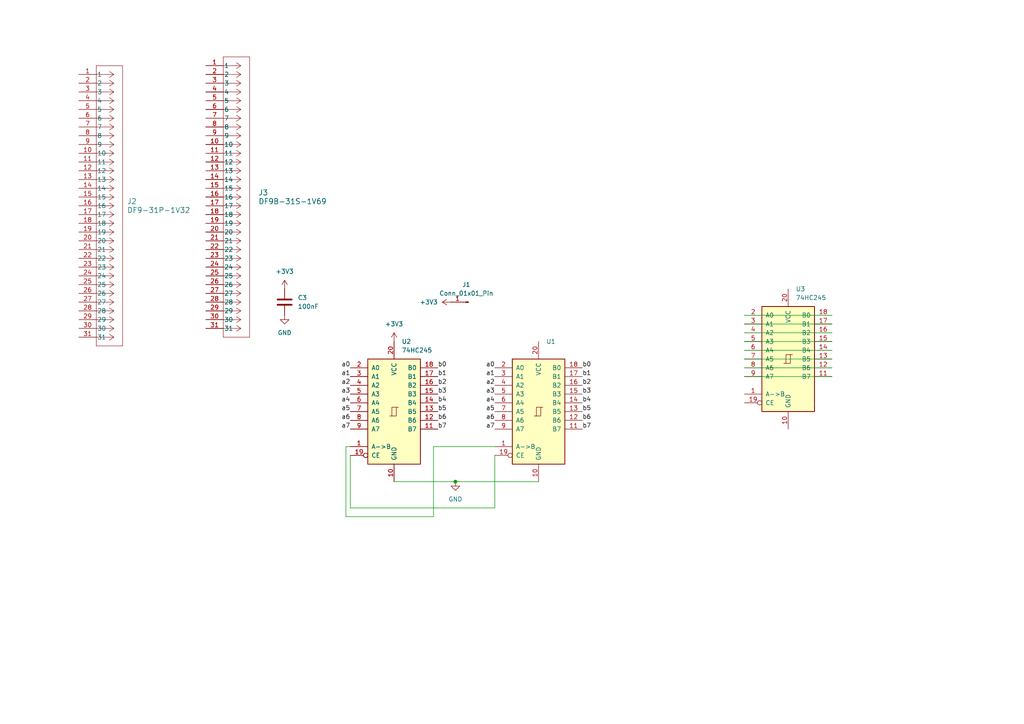
<source format=kicad_sch>
(kicad_sch (version 20231120) (generator "eeschema") (generator_version "8.0")
  (paper "A4")
  (lib_symbols
    (symbol "2024-12-27_06-00-44:DF9-31P-1V32" (pin_names (offset 0.254))
      (property "Reference" "J" (at 8.89 6.35 0))
      (property "Value" "DF9-31P-1V32" (at 0 0 0))
      (symbol "DF9-31P-1V32_1_1"
        (polyline (pts (xy 5.08 -78.74) (xy 12.7 -78.74)) (stroke (width 0.127)))
        (polyline (pts (xy 5.08 2.54) (xy 5.08 -78.74)) (stroke (width 0.127)))
        (polyline (pts (xy 10.16 -76.2) (xy 5.08 -76.2)) (stroke (width 0.127)))
        (polyline (pts (xy 10.16 -76.2) (xy 8.89 -77.0467)) (stroke (width 0.127)))
        (polyline (pts (xy 10.16 -76.2) (xy 8.89 -75.3533)) (stroke (width 0.127)))
        (polyline (pts (xy 10.16 -73.66) (xy 5.08 -73.66)) (stroke (width 0.127)))
        (polyline (pts (xy 10.16 -73.66) (xy 8.89 -74.5067)) (stroke (width 0.127)))
        (polyline (pts (xy 10.16 -73.66) (xy 8.89 -72.8133)) (stroke (width 0.127)))
        (polyline (pts (xy 10.16 -71.12) (xy 5.08 -71.12)) (stroke (width 0.127)))
        (polyline (pts (xy 10.16 -71.12) (xy 8.89 -71.9667)) (stroke (width 0.127)))
        (polyline (pts (xy 10.16 -71.12) (xy 8.89 -70.2733)) (stroke (width 0.127)))
        (polyline (pts (xy 10.16 -68.58) (xy 5.08 -68.58)) (stroke (width 0.127)))
        (polyline (pts (xy 10.16 -68.58) (xy 8.89 -69.4267)) (stroke (width 0.127)))
        (polyline (pts (xy 10.16 -68.58) (xy 8.89 -67.7333)) (stroke (width 0.127)))
        (polyline (pts (xy 10.16 -66.04) (xy 5.08 -66.04)) (stroke (width 0.127)))
        (polyline (pts (xy 10.16 -66.04) (xy 8.89 -66.8867)) (stroke (width 0.127)))
        (polyline (pts (xy 10.16 -66.04) (xy 8.89 -65.1933)) (stroke (width 0.127)))
        (polyline (pts (xy 10.16 -63.5) (xy 5.08 -63.5)) (stroke (width 0.127)))
        (polyline (pts (xy 10.16 -63.5) (xy 8.89 -64.3467)) (stroke (width 0.127)))
        (polyline (pts (xy 10.16 -63.5) (xy 8.89 -62.6533)) (stroke (width 0.127)))
        (polyline (pts (xy 10.16 -60.96) (xy 5.08 -60.96)) (stroke (width 0.127)))
        (polyline (pts (xy 10.16 -60.96) (xy 8.89 -61.8067)) (stroke (width 0.127)))
        (polyline (pts (xy 10.16 -60.96) (xy 8.89 -60.1133)) (stroke (width 0.127)))
        (polyline (pts (xy 10.16 -58.42) (xy 5.08 -58.42)) (stroke (width 0.127)))
        (polyline (pts (xy 10.16 -58.42) (xy 8.89 -59.2667)) (stroke (width 0.127)))
        (polyline (pts (xy 10.16 -58.42) (xy 8.89 -57.5733)) (stroke (width 0.127)))
        (polyline (pts (xy 10.16 -55.88) (xy 5.08 -55.88)) (stroke (width 0.127)))
        (polyline (pts (xy 10.16 -55.88) (xy 8.89 -56.7267)) (stroke (width 0.127)))
        (polyline (pts (xy 10.16 -55.88) (xy 8.89 -55.0333)) (stroke (width 0.127)))
        (polyline (pts (xy 10.16 -53.34) (xy 5.08 -53.34)) (stroke (width 0.127)))
        (polyline (pts (xy 10.16 -53.34) (xy 8.89 -54.1867)) (stroke (width 0.127)))
        (polyline (pts (xy 10.16 -53.34) (xy 8.89 -52.4933)) (stroke (width 0.127)))
        (polyline (pts (xy 10.16 -50.8) (xy 5.08 -50.8)) (stroke (width 0.127)))
        (polyline (pts (xy 10.16 -50.8) (xy 8.89 -51.6467)) (stroke (width 0.127)))
        (polyline (pts (xy 10.16 -50.8) (xy 8.89 -49.9533)) (stroke (width 0.127)))
        (polyline (pts (xy 10.16 -48.26) (xy 5.08 -48.26)) (stroke (width 0.127)))
        (polyline (pts (xy 10.16 -48.26) (xy 8.89 -49.1067)) (stroke (width 0.127)))
        (polyline (pts (xy 10.16 -48.26) (xy 8.89 -47.4133)) (stroke (width 0.127)))
        (polyline (pts (xy 10.16 -45.72) (xy 5.08 -45.72)) (stroke (width 0.127)))
        (polyline (pts (xy 10.16 -45.72) (xy 8.89 -46.5667)) (stroke (width 0.127)))
        (polyline (pts (xy 10.16 -45.72) (xy 8.89 -44.8733)) (stroke (width 0.127)))
        (polyline (pts (xy 10.16 -43.18) (xy 5.08 -43.18)) (stroke (width 0.127)))
        (polyline (pts (xy 10.16 -43.18) (xy 8.89 -44.0267)) (stroke (width 0.127)))
        (polyline (pts (xy 10.16 -43.18) (xy 8.89 -42.3333)) (stroke (width 0.127)))
        (polyline (pts (xy 10.16 -40.64) (xy 5.08 -40.64)) (stroke (width 0.127)))
        (polyline (pts (xy 10.16 -40.64) (xy 8.89 -41.4867)) (stroke (width 0.127)))
        (polyline (pts (xy 10.16 -40.64) (xy 8.89 -39.7933)) (stroke (width 0.127)))
        (polyline (pts (xy 10.16 -38.1) (xy 5.08 -38.1)) (stroke (width 0.127)))
        (polyline (pts (xy 10.16 -38.1) (xy 8.89 -38.9467)) (stroke (width 0.127)))
        (polyline (pts (xy 10.16 -38.1) (xy 8.89 -37.2533)) (stroke (width 0.127)))
        (polyline (pts (xy 10.16 -35.56) (xy 5.08 -35.56)) (stroke (width 0.127)))
        (polyline (pts (xy 10.16 -35.56) (xy 8.89 -36.4067)) (stroke (width 0.127)))
        (polyline (pts (xy 10.16 -35.56) (xy 8.89 -34.7133)) (stroke (width 0.127)))
        (polyline (pts (xy 10.16 -33.02) (xy 5.08 -33.02)) (stroke (width 0.127)))
        (polyline (pts (xy 10.16 -33.02) (xy 8.89 -33.8667)) (stroke (width 0.127)))
        (polyline (pts (xy 10.16 -33.02) (xy 8.89 -32.1733)) (stroke (width 0.127)))
        (polyline (pts (xy 10.16 -30.48) (xy 5.08 -30.48)) (stroke (width 0.127)))
        (polyline (pts (xy 10.16 -30.48) (xy 8.89 -31.3267)) (stroke (width 0.127)))
        (polyline (pts (xy 10.16 -30.48) (xy 8.89 -29.6333)) (stroke (width 0.127)))
        (polyline (pts (xy 10.16 -27.94) (xy 5.08 -27.94)) (stroke (width 0.127)))
        (polyline (pts (xy 10.16 -27.94) (xy 8.89 -28.7867)) (stroke (width 0.127)))
        (polyline (pts (xy 10.16 -27.94) (xy 8.89 -27.0933)) (stroke (width 0.127)))
        (polyline (pts (xy 10.16 -25.4) (xy 5.08 -25.4)) (stroke (width 0.127)))
        (polyline (pts (xy 10.16 -25.4) (xy 8.89 -26.2467)) (stroke (width 0.127)))
        (polyline (pts (xy 10.16 -25.4) (xy 8.89 -24.5533)) (stroke (width 0.127)))
        (polyline (pts (xy 10.16 -22.86) (xy 5.08 -22.86)) (stroke (width 0.127)))
        (polyline (pts (xy 10.16 -22.86) (xy 8.89 -23.7067)) (stroke (width 0.127)))
        (polyline (pts (xy 10.16 -22.86) (xy 8.89 -22.0133)) (stroke (width 0.127)))
        (polyline (pts (xy 10.16 -20.32) (xy 5.08 -20.32)) (stroke (width 0.127)))
        (polyline (pts (xy 10.16 -20.32) (xy 8.89 -21.1667)) (stroke (width 0.127)))
        (polyline (pts (xy 10.16 -20.32) (xy 8.89 -19.4733)) (stroke (width 0.127)))
        (polyline (pts (xy 10.16 -17.78) (xy 5.08 -17.78)) (stroke (width 0.127)))
        (polyline (pts (xy 10.16 -17.78) (xy 8.89 -18.6267)) (stroke (width 0.127)))
        (polyline (pts (xy 10.16 -17.78) (xy 8.89 -16.9333)) (stroke (width 0.127)))
        (polyline (pts (xy 10.16 -15.24) (xy 5.08 -15.24)) (stroke (width 0.127)))
        (polyline (pts (xy 10.16 -15.24) (xy 8.89 -16.0867)) (stroke (width 0.127)))
        (polyline (pts (xy 10.16 -15.24) (xy 8.89 -14.3933)) (stroke (width 0.127)))
        (polyline (pts (xy 10.16 -12.7) (xy 5.08 -12.7)) (stroke (width 0.127)))
        (polyline (pts (xy 10.16 -12.7) (xy 8.89 -13.5467)) (stroke (width 0.127)))
        (polyline (pts (xy 10.16 -12.7) (xy 8.89 -11.8533)) (stroke (width 0.127)))
        (polyline (pts (xy 10.16 -10.16) (xy 5.08 -10.16)) (stroke (width 0.127)))
        (polyline (pts (xy 10.16 -10.16) (xy 8.89 -11.0067)) (stroke (width 0.127)))
        (polyline (pts (xy 10.16 -10.16) (xy 8.89 -9.3133)) (stroke (width 0.127)))
        (polyline (pts (xy 10.16 -7.62) (xy 5.08 -7.62)) (stroke (width 0.127)))
        (polyline (pts (xy 10.16 -7.62) (xy 8.89 -8.4667)) (stroke (width 0.127)))
        (polyline (pts (xy 10.16 -7.62) (xy 8.89 -6.7733)) (stroke (width 0.127)))
        (polyline (pts (xy 10.16 -5.08) (xy 5.08 -5.08)) (stroke (width 0.127)))
        (polyline (pts (xy 10.16 -5.08) (xy 8.89 -5.9267)) (stroke (width 0.127)))
        (polyline (pts (xy 10.16 -5.08) (xy 8.89 -4.2333)) (stroke (width 0.127)))
        (polyline (pts (xy 10.16 -2.54) (xy 5.08 -2.54)) (stroke (width 0.127)))
        (polyline (pts (xy 10.16 -2.54) (xy 8.89 -3.3867)) (stroke (width 0.127)))
        (polyline (pts (xy 10.16 -2.54) (xy 8.89 -1.6933)) (stroke (width 0.127)))
        (polyline (pts (xy 10.16 0) (xy 5.08 0)) (stroke (width 0.127)))
        (polyline (pts (xy 10.16 0) (xy 8.89 -0.8467)) (stroke (width 0.127)))
        (polyline (pts (xy 10.16 0) (xy 8.89 0.8467)) (stroke (width 0.127)))
        (polyline (pts (xy 12.7 -78.74) (xy 12.7 2.54)) (stroke (width 0.127)))
        (polyline (pts (xy 12.7 2.54) (xy 5.08 2.54)) (stroke (width 0.127)))
        (pin unspecified line (at 0 0 0) (length 5.08) (name "1") (number "1"))
        (pin unspecified line (at 0 -22.86 0) (length 5.08) (name "10") (number "10"))
        (pin unspecified line (at 0 -25.4 0) (length 5.08) (name "11") (number "11"))
        (pin unspecified line (at 0 -27.94 0) (length 5.08) (name "12") (number "12"))
        (pin unspecified line (at 0 -30.48 0) (length 5.08) (name "13") (number "13"))
        (pin unspecified line (at 0 -33.02 0) (length 5.08) (name "14") (number "14"))
        (pin unspecified line (at 0 -35.56 0) (length 5.08) (name "15") (number "15"))
        (pin unspecified line (at 0 -38.1 0) (length 5.08) (name "16") (number "16"))
        (pin unspecified line (at 0 -40.64 0) (length 5.08) (name "17") (number "17"))
        (pin unspecified line (at 0 -43.18 0) (length 5.08) (name "18") (number "18"))
        (pin unspecified line (at 0 -45.72 0) (length 5.08) (name "19") (number "19"))
        (pin unspecified line (at 0 -2.54 0) (length 5.08) (name "2") (number "2"))
        (pin unspecified line (at 0 -48.26 0) (length 5.08) (name "20") (number "20"))
        (pin unspecified line (at 0 -50.8 0) (length 5.08) (name "21") (number "21"))
        (pin unspecified line (at 0 -53.34 0) (length 5.08) (name "22") (number "22"))
        (pin unspecified line (at 0 -55.88 0) (length 5.08) (name "23") (number "23"))
        (pin unspecified line (at 0 -58.42 0) (length 5.08) (name "24") (number "24"))
        (pin unspecified line (at 0 -60.96 0) (length 5.08) (name "25") (number "25"))
        (pin unspecified line (at 0 -63.5 0) (length 5.08) (name "26") (number "26"))
        (pin unspecified line (at 0 -66.04 0) (length 5.08) (name "27") (number "27"))
        (pin unspecified line (at 0 -68.58 0) (length 5.08) (name "28") (number "28"))
        (pin unspecified line (at 0 -71.12 0) (length 5.08) (name "29") (number "29"))
        (pin unspecified line (at 0 -5.08 0) (length 5.08) (name "3") (number "3"))
        (pin unspecified line (at 0 -73.66 0) (length 5.08) (name "30") (number "30"))
        (pin unspecified line (at 0 -76.2 0) (length 5.08) (name "31") (number "31"))
        (pin unspecified line (at 0 -7.62 0) (length 5.08) (name "4") (number "4"))
        (pin unspecified line (at 0 -10.16 0) (length 5.08) (name "5") (number "5"))
        (pin unspecified line (at 0 -12.7 0) (length 5.08) (name "6") (number "6"))
        (pin unspecified line (at 0 -15.24 0) (length 5.08) (name "7") (number "7"))
        (pin unspecified line (at 0 -17.78 0) (length 5.08) (name "8") (number "8"))
        (pin unspecified line (at 0 -20.32 0) (length 5.08) (name "9") (number "9"))
      )
      (symbol "DF9-31P-1V32_1_2"
        (polyline (pts (xy 5.08 -78.74) (xy 12.7 -78.74)) (stroke (width 0.127)))
        (polyline (pts (xy 5.08 2.54) (xy 5.08 -78.74)) (stroke (width 0.127)))
        (polyline (pts (xy 7.62 -76.2) (xy 5.08 -76.2)) (stroke (width 0.127)))
        (polyline (pts (xy 7.62 -76.2) (xy 8.89 -77.0467)) (stroke (width 0.127)))
        (polyline (pts (xy 7.62 -76.2) (xy 8.89 -75.3533)) (stroke (width 0.127)))
        (polyline (pts (xy 7.62 -73.66) (xy 5.08 -73.66)) (stroke (width 0.127)))
        (polyline (pts (xy 7.62 -73.66) (xy 8.89 -74.5067)) (stroke (width 0.127)))
        (polyline (pts (xy 7.62 -73.66) (xy 8.89 -72.8133)) (stroke (width 0.127)))
        (polyline (pts (xy 7.62 -71.12) (xy 5.08 -71.12)) (stroke (width 0.127)))
        (polyline (pts (xy 7.62 -71.12) (xy 8.89 -71.9667)) (stroke (width 0.127)))
        (polyline (pts (xy 7.62 -71.12) (xy 8.89 -70.2733)) (stroke (width 0.127)))
        (polyline (pts (xy 7.62 -68.58) (xy 5.08 -68.58)) (stroke (width 0.127)))
        (polyline (pts (xy 7.62 -68.58) (xy 8.89 -69.4267)) (stroke (width 0.127)))
        (polyline (pts (xy 7.62 -68.58) (xy 8.89 -67.7333)) (stroke (width 0.127)))
        (polyline (pts (xy 7.62 -66.04) (xy 5.08 -66.04)) (stroke (width 0.127)))
        (polyline (pts (xy 7.62 -66.04) (xy 8.89 -66.8867)) (stroke (width 0.127)))
        (polyline (pts (xy 7.62 -66.04) (xy 8.89 -65.1933)) (stroke (width 0.127)))
        (polyline (pts (xy 7.62 -63.5) (xy 5.08 -63.5)) (stroke (width 0.127)))
        (polyline (pts (xy 7.62 -63.5) (xy 8.89 -64.3467)) (stroke (width 0.127)))
        (polyline (pts (xy 7.62 -63.5) (xy 8.89 -62.6533)) (stroke (width 0.127)))
        (polyline (pts (xy 7.62 -60.96) (xy 5.08 -60.96)) (stroke (width 0.127)))
        (polyline (pts (xy 7.62 -60.96) (xy 8.89 -61.8067)) (stroke (width 0.127)))
        (polyline (pts (xy 7.62 -60.96) (xy 8.89 -60.1133)) (stroke (width 0.127)))
        (polyline (pts (xy 7.62 -58.42) (xy 5.08 -58.42)) (stroke (width 0.127)))
        (polyline (pts (xy 7.62 -58.42) (xy 8.89 -59.2667)) (stroke (width 0.127)))
        (polyline (pts (xy 7.62 -58.42) (xy 8.89 -57.5733)) (stroke (width 0.127)))
        (polyline (pts (xy 7.62 -55.88) (xy 5.08 -55.88)) (stroke (width 0.127)))
        (polyline (pts (xy 7.62 -55.88) (xy 8.89 -56.7267)) (stroke (width 0.127)))
        (polyline (pts (xy 7.62 -55.88) (xy 8.89 -55.0333)) (stroke (width 0.127)))
        (polyline (pts (xy 7.62 -53.34) (xy 5.08 -53.34)) (stroke (width 0.127)))
        (polyline (pts (xy 7.62 -53.34) (xy 8.89 -54.1867)) (stroke (width 0.127)))
        (polyline (pts (xy 7.62 -53.34) (xy 8.89 -52.4933)) (stroke (width 0.127)))
        (polyline (pts (xy 7.62 -50.8) (xy 5.08 -50.8)) (stroke (width 0.127)))
        (polyline (pts (xy 7.62 -50.8) (xy 8.89 -51.6467)) (stroke (width 0.127)))
        (polyline (pts (xy 7.62 -50.8) (xy 8.89 -49.9533)) (stroke (width 0.127)))
        (polyline (pts (xy 7.62 -48.26) (xy 5.08 -48.26)) (stroke (width 0.127)))
        (polyline (pts (xy 7.62 -48.26) (xy 8.89 -49.1067)) (stroke (width 0.127)))
        (polyline (pts (xy 7.62 -48.26) (xy 8.89 -47.4133)) (stroke (width 0.127)))
        (polyline (pts (xy 7.62 -45.72) (xy 5.08 -45.72)) (stroke (width 0.127)))
        (polyline (pts (xy 7.62 -45.72) (xy 8.89 -46.5667)) (stroke (width 0.127)))
        (polyline (pts (xy 7.62 -45.72) (xy 8.89 -44.8733)) (stroke (width 0.127)))
        (polyline (pts (xy 7.62 -43.18) (xy 5.08 -43.18)) (stroke (width 0.127)))
        (polyline (pts (xy 7.62 -43.18) (xy 8.89 -44.0267)) (stroke (width 0.127)))
        (polyline (pts (xy 7.62 -43.18) (xy 8.89 -42.3333)) (stroke (width 0.127)))
        (polyline (pts (xy 7.62 -40.64) (xy 5.08 -40.64)) (stroke (width 0.127)))
        (polyline (pts (xy 7.62 -40.64) (xy 8.89 -41.4867)) (stroke (width 0.127)))
        (polyline (pts (xy 7.62 -40.64) (xy 8.89 -39.7933)) (stroke (width 0.127)))
        (polyline (pts (xy 7.62 -38.1) (xy 5.08 -38.1)) (stroke (width 0.127)))
        (polyline (pts (xy 7.62 -38.1) (xy 8.89 -38.9467)) (stroke (width 0.127)))
        (polyline (pts (xy 7.62 -38.1) (xy 8.89 -37.2533)) (stroke (width 0.127)))
        (polyline (pts (xy 7.62 -35.56) (xy 5.08 -35.56)) (stroke (width 0.127)))
        (polyline (pts (xy 7.62 -35.56) (xy 8.89 -36.4067)) (stroke (width 0.127)))
        (polyline (pts (xy 7.62 -35.56) (xy 8.89 -34.7133)) (stroke (width 0.127)))
        (polyline (pts (xy 7.62 -33.02) (xy 5.08 -33.02)) (stroke (width 0.127)))
        (polyline (pts (xy 7.62 -33.02) (xy 8.89 -33.8667)) (stroke (width 0.127)))
        (polyline (pts (xy 7.62 -33.02) (xy 8.89 -32.1733)) (stroke (width 0.127)))
        (polyline (pts (xy 7.62 -30.48) (xy 5.08 -30.48)) (stroke (width 0.127)))
        (polyline (pts (xy 7.62 -30.48) (xy 8.89 -31.3267)) (stroke (width 0.127)))
        (polyline (pts (xy 7.62 -30.48) (xy 8.89 -29.6333)) (stroke (width 0.127)))
        (polyline (pts (xy 7.62 -27.94) (xy 5.08 -27.94)) (stroke (width 0.127)))
        (polyline (pts (xy 7.62 -27.94) (xy 8.89 -28.7867)) (stroke (width 0.127)))
        (polyline (pts (xy 7.62 -27.94) (xy 8.89 -27.0933)) (stroke (width 0.127)))
        (polyline (pts (xy 7.62 -25.4) (xy 5.08 -25.4)) (stroke (width 0.127)))
        (polyline (pts (xy 7.62 -25.4) (xy 8.89 -26.2467)) (stroke (width 0.127)))
        (polyline (pts (xy 7.62 -25.4) (xy 8.89 -24.5533)) (stroke (width 0.127)))
        (polyline (pts (xy 7.62 -22.86) (xy 5.08 -22.86)) (stroke (width 0.127)))
        (polyline (pts (xy 7.62 -22.86) (xy 8.89 -23.7067)) (stroke (width 0.127)))
        (polyline (pts (xy 7.62 -22.86) (xy 8.89 -22.0133)) (stroke (width 0.127)))
        (polyline (pts (xy 7.62 -20.32) (xy 5.08 -20.32)) (stroke (width 0.127)))
        (polyline (pts (xy 7.62 -20.32) (xy 8.89 -21.1667)) (stroke (width 0.127)))
        (polyline (pts (xy 7.62 -20.32) (xy 8.89 -19.4733)) (stroke (width 0.127)))
        (polyline (pts (xy 7.62 -17.78) (xy 5.08 -17.78)) (stroke (width 0.127)))
        (polyline (pts (xy 7.62 -17.78) (xy 8.89 -18.6267)) (stroke (width 0.127)))
        (polyline (pts (xy 7.62 -17.78) (xy 8.89 -16.9333)) (stroke (width 0.127)))
        (polyline (pts (xy 7.62 -15.24) (xy 5.08 -15.24)) (stroke (width 0.127)))
        (polyline (pts (xy 7.62 -15.24) (xy 8.89 -16.0867)) (stroke (width 0.127)))
        (polyline (pts (xy 7.62 -15.24) (xy 8.89 -14.3933)) (stroke (width 0.127)))
        (polyline (pts (xy 7.62 -12.7) (xy 5.08 -12.7)) (stroke (width 0.127)))
        (polyline (pts (xy 7.62 -12.7) (xy 8.89 -13.5467)) (stroke (width 0.127)))
        (polyline (pts (xy 7.62 -12.7) (xy 8.89 -11.8533)) (stroke (width 0.127)))
        (polyline (pts (xy 7.62 -10.16) (xy 5.08 -10.16)) (stroke (width 0.127)))
        (polyline (pts (xy 7.62 -10.16) (xy 8.89 -11.0067)) (stroke (width 0.127)))
        (polyline (pts (xy 7.62 -10.16) (xy 8.89 -9.3133)) (stroke (width 0.127)))
        (polyline (pts (xy 7.62 -7.62) (xy 5.08 -7.62)) (stroke (width 0.127)))
        (polyline (pts (xy 7.62 -7.62) (xy 8.89 -8.4667)) (stroke (width 0.127)))
        (polyline (pts (xy 7.62 -7.62) (xy 8.89 -6.7733)) (stroke (width 0.127)))
        (polyline (pts (xy 7.62 -5.08) (xy 5.08 -5.08)) (stroke (width 0.127)))
        (polyline (pts (xy 7.62 -5.08) (xy 8.89 -5.9267)) (stroke (width 0.127)))
        (polyline (pts (xy 7.62 -5.08) (xy 8.89 -4.2333)) (stroke (width 0.127)))
        (polyline (pts (xy 7.62 -2.54) (xy 5.08 -2.54)) (stroke (width 0.127)))
        (polyline (pts (xy 7.62 -2.54) (xy 8.89 -3.3867)) (stroke (width 0.127)))
        (polyline (pts (xy 7.62 -2.54) (xy 8.89 -1.6933)) (stroke (width 0.127)))
        (polyline (pts (xy 7.62 0) (xy 5.08 0)) (stroke (width 0.127)))
        (polyline (pts (xy 7.62 0) (xy 8.89 -0.8467)) (stroke (width 0.127)))
        (polyline (pts (xy 7.62 0) (xy 8.89 0.8467)) (stroke (width 0.127)))
        (polyline (pts (xy 12.7 -78.74) (xy 12.7 2.54)) (stroke (width 0.127)))
        (polyline (pts (xy 12.7 2.54) (xy 5.08 2.54)) (stroke (width 0.127)))
        (pin unspecified line (at 0 0 0) (length 5.08) (name "1") (number "1"))
        (pin unspecified line (at 0 -22.86 0) (length 5.08) (name "10") (number "10"))
        (pin unspecified line (at 0 -25.4 0) (length 5.08) (name "11") (number "11"))
        (pin unspecified line (at 0 -27.94 0) (length 5.08) (name "12") (number "12"))
        (pin unspecified line (at 0 -30.48 0) (length 5.08) (name "13") (number "13"))
        (pin unspecified line (at 0 -33.02 0) (length 5.08) (name "14") (number "14"))
        (pin unspecified line (at 0 -35.56 0) (length 5.08) (name "15") (number "15"))
        (pin unspecified line (at 0 -38.1 0) (length 5.08) (name "16") (number "16"))
        (pin unspecified line (at 0 -40.64 0) (length 5.08) (name "17") (number "17"))
        (pin unspecified line (at 0 -43.18 0) (length 5.08) (name "18") (number "18"))
        (pin unspecified line (at 0 -45.72 0) (length 5.08) (name "19") (number "19"))
        (pin unspecified line (at 0 -2.54 0) (length 5.08) (name "2") (number "2"))
        (pin unspecified line (at 0 -48.26 0) (length 5.08) (name "20") (number "20"))
        (pin unspecified line (at 0 -50.8 0) (length 5.08) (name "21") (number "21"))
        (pin unspecified line (at 0 -53.34 0) (length 5.08) (name "22") (number "22"))
        (pin unspecified line (at 0 -55.88 0) (length 5.08) (name "23") (number "23"))
        (pin unspecified line (at 0 -58.42 0) (length 5.08) (name "24") (number "24"))
        (pin unspecified line (at 0 -60.96 0) (length 5.08) (name "25") (number "25"))
        (pin unspecified line (at 0 -63.5 0) (length 5.08) (name "26") (number "26"))
        (pin unspecified line (at 0 -66.04 0) (length 5.08) (name "27") (number "27"))
        (pin unspecified line (at 0 -68.58 0) (length 5.08) (name "28") (number "28"))
        (pin unspecified line (at 0 -71.12 0) (length 5.08) (name "29") (number "29"))
        (pin unspecified line (at 0 -5.08 0) (length 5.08) (name "3") (number "3"))
        (pin unspecified line (at 0 -73.66 0) (length 5.08) (name "30") (number "30"))
        (pin unspecified line (at 0 -76.2 0) (length 5.08) (name "31") (number "31"))
        (pin unspecified line (at 0 -7.62 0) (length 5.08) (name "4") (number "4"))
        (pin unspecified line (at 0 -10.16 0) (length 5.08) (name "5") (number "5"))
        (pin unspecified line (at 0 -12.7 0) (length 5.08) (name "6") (number "6"))
        (pin unspecified line (at 0 -15.24 0) (length 5.08) (name "7") (number "7"))
        (pin unspecified line (at 0 -17.78 0) (length 5.08) (name "8") (number "8"))
        (pin unspecified line (at 0 -20.32 0) (length 5.08) (name "9") (number "9"))
      )
    )
    (symbol "2024-12-27_06-02-06:DF9B-31S-1V69" (pin_names (offset 0.254))
      (property "Reference" "J" (at 8.89 6.35 0))
      (property "Value" "DF9B-31S-1V69" (at 0 0 0))
      (symbol "DF9B-31S-1V69_1_1"
        (polyline (pts (xy 5.08 -78.74) (xy 12.7 -78.74)) (stroke (width 0.127)))
        (polyline (pts (xy 5.08 2.54) (xy 5.08 -78.74)) (stroke (width 0.127)))
        (polyline (pts (xy 10.16 -76.2) (xy 5.08 -76.2)) (stroke (width 0.127)))
        (polyline (pts (xy 10.16 -76.2) (xy 8.89 -77.0467)) (stroke (width 0.127)))
        (polyline (pts (xy 10.16 -76.2) (xy 8.89 -75.3533)) (stroke (width 0.127)))
        (polyline (pts (xy 10.16 -73.66) (xy 5.08 -73.66)) (stroke (width 0.127)))
        (polyline (pts (xy 10.16 -73.66) (xy 8.89 -74.5067)) (stroke (width 0.127)))
        (polyline (pts (xy 10.16 -73.66) (xy 8.89 -72.8133)) (stroke (width 0.127)))
        (polyline (pts (xy 10.16 -71.12) (xy 5.08 -71.12)) (stroke (width 0.127)))
        (polyline (pts (xy 10.16 -71.12) (xy 8.89 -71.9667)) (stroke (width 0.127)))
        (polyline (pts (xy 10.16 -71.12) (xy 8.89 -70.2733)) (stroke (width 0.127)))
        (polyline (pts (xy 10.16 -68.58) (xy 5.08 -68.58)) (stroke (width 0.127)))
        (polyline (pts (xy 10.16 -68.58) (xy 8.89 -69.4267)) (stroke (width 0.127)))
        (polyline (pts (xy 10.16 -68.58) (xy 8.89 -67.7333)) (stroke (width 0.127)))
        (polyline (pts (xy 10.16 -66.04) (xy 5.08 -66.04)) (stroke (width 0.127)))
        (polyline (pts (xy 10.16 -66.04) (xy 8.89 -66.8867)) (stroke (width 0.127)))
        (polyline (pts (xy 10.16 -66.04) (xy 8.89 -65.1933)) (stroke (width 0.127)))
        (polyline (pts (xy 10.16 -63.5) (xy 5.08 -63.5)) (stroke (width 0.127)))
        (polyline (pts (xy 10.16 -63.5) (xy 8.89 -64.3467)) (stroke (width 0.127)))
        (polyline (pts (xy 10.16 -63.5) (xy 8.89 -62.6533)) (stroke (width 0.127)))
        (polyline (pts (xy 10.16 -60.96) (xy 5.08 -60.96)) (stroke (width 0.127)))
        (polyline (pts (xy 10.16 -60.96) (xy 8.89 -61.8067)) (stroke (width 0.127)))
        (polyline (pts (xy 10.16 -60.96) (xy 8.89 -60.1133)) (stroke (width 0.127)))
        (polyline (pts (xy 10.16 -58.42) (xy 5.08 -58.42)) (stroke (width 0.127)))
        (polyline (pts (xy 10.16 -58.42) (xy 8.89 -59.2667)) (stroke (width 0.127)))
        (polyline (pts (xy 10.16 -58.42) (xy 8.89 -57.5733)) (stroke (width 0.127)))
        (polyline (pts (xy 10.16 -55.88) (xy 5.08 -55.88)) (stroke (width 0.127)))
        (polyline (pts (xy 10.16 -55.88) (xy 8.89 -56.7267)) (stroke (width 0.127)))
        (polyline (pts (xy 10.16 -55.88) (xy 8.89 -55.0333)) (stroke (width 0.127)))
        (polyline (pts (xy 10.16 -53.34) (xy 5.08 -53.34)) (stroke (width 0.127)))
        (polyline (pts (xy 10.16 -53.34) (xy 8.89 -54.1867)) (stroke (width 0.127)))
        (polyline (pts (xy 10.16 -53.34) (xy 8.89 -52.4933)) (stroke (width 0.127)))
        (polyline (pts (xy 10.16 -50.8) (xy 5.08 -50.8)) (stroke (width 0.127)))
        (polyline (pts (xy 10.16 -50.8) (xy 8.89 -51.6467)) (stroke (width 0.127)))
        (polyline (pts (xy 10.16 -50.8) (xy 8.89 -49.9533)) (stroke (width 0.127)))
        (polyline (pts (xy 10.16 -48.26) (xy 5.08 -48.26)) (stroke (width 0.127)))
        (polyline (pts (xy 10.16 -48.26) (xy 8.89 -49.1067)) (stroke (width 0.127)))
        (polyline (pts (xy 10.16 -48.26) (xy 8.89 -47.4133)) (stroke (width 0.127)))
        (polyline (pts (xy 10.16 -45.72) (xy 5.08 -45.72)) (stroke (width 0.127)))
        (polyline (pts (xy 10.16 -45.72) (xy 8.89 -46.5667)) (stroke (width 0.127)))
        (polyline (pts (xy 10.16 -45.72) (xy 8.89 -44.8733)) (stroke (width 0.127)))
        (polyline (pts (xy 10.16 -43.18) (xy 5.08 -43.18)) (stroke (width 0.127)))
        (polyline (pts (xy 10.16 -43.18) (xy 8.89 -44.0267)) (stroke (width 0.127)))
        (polyline (pts (xy 10.16 -43.18) (xy 8.89 -42.3333)) (stroke (width 0.127)))
        (polyline (pts (xy 10.16 -40.64) (xy 5.08 -40.64)) (stroke (width 0.127)))
        (polyline (pts (xy 10.16 -40.64) (xy 8.89 -41.4867)) (stroke (width 0.127)))
        (polyline (pts (xy 10.16 -40.64) (xy 8.89 -39.7933)) (stroke (width 0.127)))
        (polyline (pts (xy 10.16 -38.1) (xy 5.08 -38.1)) (stroke (width 0.127)))
        (polyline (pts (xy 10.16 -38.1) (xy 8.89 -38.9467)) (stroke (width 0.127)))
        (polyline (pts (xy 10.16 -38.1) (xy 8.89 -37.2533)) (stroke (width 0.127)))
        (polyline (pts (xy 10.16 -35.56) (xy 5.08 -35.56)) (stroke (width 0.127)))
        (polyline (pts (xy 10.16 -35.56) (xy 8.89 -36.4067)) (stroke (width 0.127)))
        (polyline (pts (xy 10.16 -35.56) (xy 8.89 -34.7133)) (stroke (width 0.127)))
        (polyline (pts (xy 10.16 -33.02) (xy 5.08 -33.02)) (stroke (width 0.127)))
        (polyline (pts (xy 10.16 -33.02) (xy 8.89 -33.8667)) (stroke (width 0.127)))
        (polyline (pts (xy 10.16 -33.02) (xy 8.89 -32.1733)) (stroke (width 0.127)))
        (polyline (pts (xy 10.16 -30.48) (xy 5.08 -30.48)) (stroke (width 0.127)))
        (polyline (pts (xy 10.16 -30.48) (xy 8.89 -31.3267)) (stroke (width 0.127)))
        (polyline (pts (xy 10.16 -30.48) (xy 8.89 -29.6333)) (stroke (width 0.127)))
        (polyline (pts (xy 10.16 -27.94) (xy 5.08 -27.94)) (stroke (width 0.127)))
        (polyline (pts (xy 10.16 -27.94) (xy 8.89 -28.7867)) (stroke (width 0.127)))
        (polyline (pts (xy 10.16 -27.94) (xy 8.89 -27.0933)) (stroke (width 0.127)))
        (polyline (pts (xy 10.16 -25.4) (xy 5.08 -25.4)) (stroke (width 0.127)))
        (polyline (pts (xy 10.16 -25.4) (xy 8.89 -26.2467)) (stroke (width 0.127)))
        (polyline (pts (xy 10.16 -25.4) (xy 8.89 -24.5533)) (stroke (width 0.127)))
        (polyline (pts (xy 10.16 -22.86) (xy 5.08 -22.86)) (stroke (width 0.127)))
        (polyline (pts (xy 10.16 -22.86) (xy 8.89 -23.7067)) (stroke (width 0.127)))
        (polyline (pts (xy 10.16 -22.86) (xy 8.89 -22.0133)) (stroke (width 0.127)))
        (polyline (pts (xy 10.16 -20.32) (xy 5.08 -20.32)) (stroke (width 0.127)))
        (polyline (pts (xy 10.16 -20.32) (xy 8.89 -21.1667)) (stroke (width 0.127)))
        (polyline (pts (xy 10.16 -20.32) (xy 8.89 -19.4733)) (stroke (width 0.127)))
        (polyline (pts (xy 10.16 -17.78) (xy 5.08 -17.78)) (stroke (width 0.127)))
        (polyline (pts (xy 10.16 -17.78) (xy 8.89 -18.6267)) (stroke (width 0.127)))
        (polyline (pts (xy 10.16 -17.78) (xy 8.89 -16.9333)) (stroke (width 0.127)))
        (polyline (pts (xy 10.16 -15.24) (xy 5.08 -15.24)) (stroke (width 0.127)))
        (polyline (pts (xy 10.16 -15.24) (xy 8.89 -16.0867)) (stroke (width 0.127)))
        (polyline (pts (xy 10.16 -15.24) (xy 8.89 -14.3933)) (stroke (width 0.127)))
        (polyline (pts (xy 10.16 -12.7) (xy 5.08 -12.7)) (stroke (width 0.127)))
        (polyline (pts (xy 10.16 -12.7) (xy 8.89 -13.5467)) (stroke (width 0.127)))
        (polyline (pts (xy 10.16 -12.7) (xy 8.89 -11.8533)) (stroke (width 0.127)))
        (polyline (pts (xy 10.16 -10.16) (xy 5.08 -10.16)) (stroke (width 0.127)))
        (polyline (pts (xy 10.16 -10.16) (xy 8.89 -11.0067)) (stroke (width 0.127)))
        (polyline (pts (xy 10.16 -10.16) (xy 8.89 -9.3133)) (stroke (width 0.127)))
        (polyline (pts (xy 10.16 -7.62) (xy 5.08 -7.62)) (stroke (width 0.127)))
        (polyline (pts (xy 10.16 -7.62) (xy 8.89 -8.4667)) (stroke (width 0.127)))
        (polyline (pts (xy 10.16 -7.62) (xy 8.89 -6.7733)) (stroke (width 0.127)))
        (polyline (pts (xy 10.16 -5.08) (xy 5.08 -5.08)) (stroke (width 0.127)))
        (polyline (pts (xy 10.16 -5.08) (xy 8.89 -5.9267)) (stroke (width 0.127)))
        (polyline (pts (xy 10.16 -5.08) (xy 8.89 -4.2333)) (stroke (width 0.127)))
        (polyline (pts (xy 10.16 -2.54) (xy 5.08 -2.54)) (stroke (width 0.127)))
        (polyline (pts (xy 10.16 -2.54) (xy 8.89 -3.3867)) (stroke (width 0.127)))
        (polyline (pts (xy 10.16 -2.54) (xy 8.89 -1.6933)) (stroke (width 0.127)))
        (polyline (pts (xy 10.16 0) (xy 5.08 0)) (stroke (width 0.127)))
        (polyline (pts (xy 10.16 0) (xy 8.89 -0.8467)) (stroke (width 0.127)))
        (polyline (pts (xy 10.16 0) (xy 8.89 0.8467)) (stroke (width 0.127)))
        (polyline (pts (xy 12.7 -78.74) (xy 12.7 2.54)) (stroke (width 0.127)))
        (polyline (pts (xy 12.7 2.54) (xy 5.08 2.54)) (stroke (width 0.127)))
        (pin unspecified line (at 0 0 0) (length 5.08) (name "1") (number "1"))
        (pin unspecified line (at 0 -22.86 0) (length 5.08) (name "10") (number "10"))
        (pin unspecified line (at 0 -25.4 0) (length 5.08) (name "11") (number "11"))
        (pin unspecified line (at 0 -27.94 0) (length 5.08) (name "12") (number "12"))
        (pin unspecified line (at 0 -30.48 0) (length 5.08) (name "13") (number "13"))
        (pin unspecified line (at 0 -33.02 0) (length 5.08) (name "14") (number "14"))
        (pin unspecified line (at 0 -35.56 0) (length 5.08) (name "15") (number "15"))
        (pin unspecified line (at 0 -38.1 0) (length 5.08) (name "16") (number "16"))
        (pin unspecified line (at 0 -40.64 0) (length 5.08) (name "17") (number "17"))
        (pin unspecified line (at 0 -43.18 0) (length 5.08) (name "18") (number "18"))
        (pin unspecified line (at 0 -45.72 0) (length 5.08) (name "19") (number "19"))
        (pin unspecified line (at 0 -2.54 0) (length 5.08) (name "2") (number "2"))
        (pin unspecified line (at 0 -48.26 0) (length 5.08) (name "20") (number "20"))
        (pin unspecified line (at 0 -50.8 0) (length 5.08) (name "21") (number "21"))
        (pin unspecified line (at 0 -53.34 0) (length 5.08) (name "22") (number "22"))
        (pin unspecified line (at 0 -55.88 0) (length 5.08) (name "23") (number "23"))
        (pin unspecified line (at 0 -58.42 0) (length 5.08) (name "24") (number "24"))
        (pin unspecified line (at 0 -60.96 0) (length 5.08) (name "25") (number "25"))
        (pin unspecified line (at 0 -63.5 0) (length 5.08) (name "26") (number "26"))
        (pin unspecified line (at 0 -66.04 0) (length 5.08) (name "27") (number "27"))
        (pin unspecified line (at 0 -68.58 0) (length 5.08) (name "28") (number "28"))
        (pin unspecified line (at 0 -71.12 0) (length 5.08) (name "29") (number "29"))
        (pin unspecified line (at 0 -5.08 0) (length 5.08) (name "3") (number "3"))
        (pin unspecified line (at 0 -73.66 0) (length 5.08) (name "30") (number "30"))
        (pin unspecified line (at 0 -76.2 0) (length 5.08) (name "31") (number "31"))
        (pin unspecified line (at 0 -7.62 0) (length 5.08) (name "4") (number "4"))
        (pin unspecified line (at 0 -10.16 0) (length 5.08) (name "5") (number "5"))
        (pin unspecified line (at 0 -12.7 0) (length 5.08) (name "6") (number "6"))
        (pin unspecified line (at 0 -15.24 0) (length 5.08) (name "7") (number "7"))
        (pin unspecified line (at 0 -17.78 0) (length 5.08) (name "8") (number "8"))
        (pin unspecified line (at 0 -20.32 0) (length 5.08) (name "9") (number "9"))
      )
      (symbol "DF9B-31S-1V69_1_2"
        (polyline (pts (xy 5.08 -78.74) (xy 12.7 -78.74)) (stroke (width 0.127)))
        (polyline (pts (xy 5.08 2.54) (xy 5.08 -78.74)) (stroke (width 0.127)))
        (polyline (pts (xy 7.62 -76.2) (xy 5.08 -76.2)) (stroke (width 0.127)))
        (polyline (pts (xy 7.62 -76.2) (xy 8.89 -77.0467)) (stroke (width 0.127)))
        (polyline (pts (xy 7.62 -76.2) (xy 8.89 -75.3533)) (stroke (width 0.127)))
        (polyline (pts (xy 7.62 -73.66) (xy 5.08 -73.66)) (stroke (width 0.127)))
        (polyline (pts (xy 7.62 -73.66) (xy 8.89 -74.5067)) (stroke (width 0.127)))
        (polyline (pts (xy 7.62 -73.66) (xy 8.89 -72.8133)) (stroke (width 0.127)))
        (polyline (pts (xy 7.62 -71.12) (xy 5.08 -71.12)) (stroke (width 0.127)))
        (polyline (pts (xy 7.62 -71.12) (xy 8.89 -71.9667)) (stroke (width 0.127)))
        (polyline (pts (xy 7.62 -71.12) (xy 8.89 -70.2733)) (stroke (width 0.127)))
        (polyline (pts (xy 7.62 -68.58) (xy 5.08 -68.58)) (stroke (width 0.127)))
        (polyline (pts (xy 7.62 -68.58) (xy 8.89 -69.4267)) (stroke (width 0.127)))
        (polyline (pts (xy 7.62 -68.58) (xy 8.89 -67.7333)) (stroke (width 0.127)))
        (polyline (pts (xy 7.62 -66.04) (xy 5.08 -66.04)) (stroke (width 0.127)))
        (polyline (pts (xy 7.62 -66.04) (xy 8.89 -66.8867)) (stroke (width 0.127)))
        (polyline (pts (xy 7.62 -66.04) (xy 8.89 -65.1933)) (stroke (width 0.127)))
        (polyline (pts (xy 7.62 -63.5) (xy 5.08 -63.5)) (stroke (width 0.127)))
        (polyline (pts (xy 7.62 -63.5) (xy 8.89 -64.3467)) (stroke (width 0.127)))
        (polyline (pts (xy 7.62 -63.5) (xy 8.89 -62.6533)) (stroke (width 0.127)))
        (polyline (pts (xy 7.62 -60.96) (xy 5.08 -60.96)) (stroke (width 0.127)))
        (polyline (pts (xy 7.62 -60.96) (xy 8.89 -61.8067)) (stroke (width 0.127)))
        (polyline (pts (xy 7.62 -60.96) (xy 8.89 -60.1133)) (stroke (width 0.127)))
        (polyline (pts (xy 7.62 -58.42) (xy 5.08 -58.42)) (stroke (width 0.127)))
        (polyline (pts (xy 7.62 -58.42) (xy 8.89 -59.2667)) (stroke (width 0.127)))
        (polyline (pts (xy 7.62 -58.42) (xy 8.89 -57.5733)) (stroke (width 0.127)))
        (polyline (pts (xy 7.62 -55.88) (xy 5.08 -55.88)) (stroke (width 0.127)))
        (polyline (pts (xy 7.62 -55.88) (xy 8.89 -56.7267)) (stroke (width 0.127)))
        (polyline (pts (xy 7.62 -55.88) (xy 8.89 -55.0333)) (stroke (width 0.127)))
        (polyline (pts (xy 7.62 -53.34) (xy 5.08 -53.34)) (stroke (width 0.127)))
        (polyline (pts (xy 7.62 -53.34) (xy 8.89 -54.1867)) (stroke (width 0.127)))
        (polyline (pts (xy 7.62 -53.34) (xy 8.89 -52.4933)) (stroke (width 0.127)))
        (polyline (pts (xy 7.62 -50.8) (xy 5.08 -50.8)) (stroke (width 0.127)))
        (polyline (pts (xy 7.62 -50.8) (xy 8.89 -51.6467)) (stroke (width 0.127)))
        (polyline (pts (xy 7.62 -50.8) (xy 8.89 -49.9533)) (stroke (width 0.127)))
        (polyline (pts (xy 7.62 -48.26) (xy 5.08 -48.26)) (stroke (width 0.127)))
        (polyline (pts (xy 7.62 -48.26) (xy 8.89 -49.1067)) (stroke (width 0.127)))
        (polyline (pts (xy 7.62 -48.26) (xy 8.89 -47.4133)) (stroke (width 0.127)))
        (polyline (pts (xy 7.62 -45.72) (xy 5.08 -45.72)) (stroke (width 0.127)))
        (polyline (pts (xy 7.62 -45.72) (xy 8.89 -46.5667)) (stroke (width 0.127)))
        (polyline (pts (xy 7.62 -45.72) (xy 8.89 -44.8733)) (stroke (width 0.127)))
        (polyline (pts (xy 7.62 -43.18) (xy 5.08 -43.18)) (stroke (width 0.127)))
        (polyline (pts (xy 7.62 -43.18) (xy 8.89 -44.0267)) (stroke (width 0.127)))
        (polyline (pts (xy 7.62 -43.18) (xy 8.89 -42.3333)) (stroke (width 0.127)))
        (polyline (pts (xy 7.62 -40.64) (xy 5.08 -40.64)) (stroke (width 0.127)))
        (polyline (pts (xy 7.62 -40.64) (xy 8.89 -41.4867)) (stroke (width 0.127)))
        (polyline (pts (xy 7.62 -40.64) (xy 8.89 -39.7933)) (stroke (width 0.127)))
        (polyline (pts (xy 7.62 -38.1) (xy 5.08 -38.1)) (stroke (width 0.127)))
        (polyline (pts (xy 7.62 -38.1) (xy 8.89 -38.9467)) (stroke (width 0.127)))
        (polyline (pts (xy 7.62 -38.1) (xy 8.89 -37.2533)) (stroke (width 0.127)))
        (polyline (pts (xy 7.62 -35.56) (xy 5.08 -35.56)) (stroke (width 0.127)))
        (polyline (pts (xy 7.62 -35.56) (xy 8.89 -36.4067)) (stroke (width 0.127)))
        (polyline (pts (xy 7.62 -35.56) (xy 8.89 -34.7133)) (stroke (width 0.127)))
        (polyline (pts (xy 7.62 -33.02) (xy 5.08 -33.02)) (stroke (width 0.127)))
        (polyline (pts (xy 7.62 -33.02) (xy 8.89 -33.8667)) (stroke (width 0.127)))
        (polyline (pts (xy 7.62 -33.02) (xy 8.89 -32.1733)) (stroke (width 0.127)))
        (polyline (pts (xy 7.62 -30.48) (xy 5.08 -30.48)) (stroke (width 0.127)))
        (polyline (pts (xy 7.62 -30.48) (xy 8.89 -31.3267)) (stroke (width 0.127)))
        (polyline (pts (xy 7.62 -30.48) (xy 8.89 -29.6333)) (stroke (width 0.127)))
        (polyline (pts (xy 7.62 -27.94) (xy 5.08 -27.94)) (stroke (width 0.127)))
        (polyline (pts (xy 7.62 -27.94) (xy 8.89 -28.7867)) (stroke (width 0.127)))
        (polyline (pts (xy 7.62 -27.94) (xy 8.89 -27.0933)) (stroke (width 0.127)))
        (polyline (pts (xy 7.62 -25.4) (xy 5.08 -25.4)) (stroke (width 0.127)))
        (polyline (pts (xy 7.62 -25.4) (xy 8.89 -26.2467)) (stroke (width 0.127)))
        (polyline (pts (xy 7.62 -25.4) (xy 8.89 -24.5533)) (stroke (width 0.127)))
        (polyline (pts (xy 7.62 -22.86) (xy 5.08 -22.86)) (stroke (width 0.127)))
        (polyline (pts (xy 7.62 -22.86) (xy 8.89 -23.7067)) (stroke (width 0.127)))
        (polyline (pts (xy 7.62 -22.86) (xy 8.89 -22.0133)) (stroke (width 0.127)))
        (polyline (pts (xy 7.62 -20.32) (xy 5.08 -20.32)) (stroke (width 0.127)))
        (polyline (pts (xy 7.62 -20.32) (xy 8.89 -21.1667)) (stroke (width 0.127)))
        (polyline (pts (xy 7.62 -20.32) (xy 8.89 -19.4733)) (stroke (width 0.127)))
        (polyline (pts (xy 7.62 -17.78) (xy 5.08 -17.78)) (stroke (width 0.127)))
        (polyline (pts (xy 7.62 -17.78) (xy 8.89 -18.6267)) (stroke (width 0.127)))
        (polyline (pts (xy 7.62 -17.78) (xy 8.89 -16.9333)) (stroke (width 0.127)))
        (polyline (pts (xy 7.62 -15.24) (xy 5.08 -15.24)) (stroke (width 0.127)))
        (polyline (pts (xy 7.62 -15.24) (xy 8.89 -16.0867)) (stroke (width 0.127)))
        (polyline (pts (xy 7.62 -15.24) (xy 8.89 -14.3933)) (stroke (width 0.127)))
        (polyline (pts (xy 7.62 -12.7) (xy 5.08 -12.7)) (stroke (width 0.127)))
        (polyline (pts (xy 7.62 -12.7) (xy 8.89 -13.5467)) (stroke (width 0.127)))
        (polyline (pts (xy 7.62 -12.7) (xy 8.89 -11.8533)) (stroke (width 0.127)))
        (polyline (pts (xy 7.62 -10.16) (xy 5.08 -10.16)) (stroke (width 0.127)))
        (polyline (pts (xy 7.62 -10.16) (xy 8.89 -11.0067)) (stroke (width 0.127)))
        (polyline (pts (xy 7.62 -10.16) (xy 8.89 -9.3133)) (stroke (width 0.127)))
        (polyline (pts (xy 7.62 -7.62) (xy 5.08 -7.62)) (stroke (width 0.127)))
        (polyline (pts (xy 7.62 -7.62) (xy 8.89 -8.4667)) (stroke (width 0.127)))
        (polyline (pts (xy 7.62 -7.62) (xy 8.89 -6.7733)) (stroke (width 0.127)))
        (polyline (pts (xy 7.62 -5.08) (xy 5.08 -5.08)) (stroke (width 0.127)))
        (polyline (pts (xy 7.62 -5.08) (xy 8.89 -5.9267)) (stroke (width 0.127)))
        (polyline (pts (xy 7.62 -5.08) (xy 8.89 -4.2333)) (stroke (width 0.127)))
        (polyline (pts (xy 7.62 -2.54) (xy 5.08 -2.54)) (stroke (width 0.127)))
        (polyline (pts (xy 7.62 -2.54) (xy 8.89 -3.3867)) (stroke (width 0.127)))
        (polyline (pts (xy 7.62 -2.54) (xy 8.89 -1.6933)) (stroke (width 0.127)))
        (polyline (pts (xy 7.62 0) (xy 5.08 0)) (stroke (width 0.127)))
        (polyline (pts (xy 7.62 0) (xy 8.89 -0.8467)) (stroke (width 0.127)))
        (polyline (pts (xy 7.62 0) (xy 8.89 0.8467)) (stroke (width 0.127)))
        (polyline (pts (xy 12.7 -78.74) (xy 12.7 2.54)) (stroke (width 0.127)))
        (polyline (pts (xy 12.7 2.54) (xy 5.08 2.54)) (stroke (width 0.127)))
        (pin unspecified line (at 0 0 0) (length 5.08) (name "1") (number "1"))
        (pin unspecified line (at 0 -22.86 0) (length 5.08) (name "10") (number "10"))
        (pin unspecified line (at 0 -25.4 0) (length 5.08) (name "11") (number "11"))
        (pin unspecified line (at 0 -27.94 0) (length 5.08) (name "12") (number "12"))
        (pin unspecified line (at 0 -30.48 0) (length 5.08) (name "13") (number "13"))
        (pin unspecified line (at 0 -33.02 0) (length 5.08) (name "14") (number "14"))
        (pin unspecified line (at 0 -35.56 0) (length 5.08) (name "15") (number "15"))
        (pin unspecified line (at 0 -38.1 0) (length 5.08) (name "16") (number "16"))
        (pin unspecified line (at 0 -40.64 0) (length 5.08) (name "17") (number "17"))
        (pin unspecified line (at 0 -43.18 0) (length 5.08) (name "18") (number "18"))
        (pin unspecified line (at 0 -45.72 0) (length 5.08) (name "19") (number "19"))
        (pin unspecified line (at 0 -2.54 0) (length 5.08) (name "2") (number "2"))
        (pin unspecified line (at 0 -48.26 0) (length 5.08) (name "20") (number "20"))
        (pin unspecified line (at 0 -50.8 0) (length 5.08) (name "21") (number "21"))
        (pin unspecified line (at 0 -53.34 0) (length 5.08) (name "22") (number "22"))
        (pin unspecified line (at 0 -55.88 0) (length 5.08) (name "23") (number "23"))
        (pin unspecified line (at 0 -58.42 0) (length 5.08) (name "24") (number "24"))
        (pin unspecified line (at 0 -60.96 0) (length 5.08) (name "25") (number "25"))
        (pin unspecified line (at 0 -63.5 0) (length 5.08) (name "26") (number "26"))
        (pin unspecified line (at 0 -66.04 0) (length 5.08) (name "27") (number "27"))
        (pin unspecified line (at 0 -68.58 0) (length 5.08) (name "28") (number "28"))
        (pin unspecified line (at 0 -71.12 0) (length 5.08) (name "29") (number "29"))
        (pin unspecified line (at 0 -5.08 0) (length 5.08) (name "3") (number "3"))
        (pin unspecified line (at 0 -73.66 0) (length 5.08) (name "30") (number "30"))
        (pin unspecified line (at 0 -76.2 0) (length 5.08) (name "31") (number "31"))
        (pin unspecified line (at 0 -7.62 0) (length 5.08) (name "4") (number "4"))
        (pin unspecified line (at 0 -10.16 0) (length 5.08) (name "5") (number "5"))
        (pin unspecified line (at 0 -12.7 0) (length 5.08) (name "6") (number "6"))
        (pin unspecified line (at 0 -15.24 0) (length 5.08) (name "7") (number "7"))
        (pin unspecified line (at 0 -17.78 0) (length 5.08) (name "8") (number "8"))
        (pin unspecified line (at 0 -20.32 0) (length 5.08) (name "9") (number "9"))
      )
    )
    (symbol "74xx:74HC245" (pin_names (offset 1.016))
      (property "Reference" "U" (at -7.62 16.51 0))
      (property "Value" "74HC245" (at -7.62 -16.51 0))
      (symbol "74HC245_1_0"
        (polyline (pts (xy -0.635 -1.27) (xy -0.635 1.27) (xy 0.635 1.27)))
        (polyline (pts (xy -1.27 -1.27) (xy 0.635 -1.27) (xy 0.635 1.27) (xy 1.27 1.27)))
        (pin input line (at -12.7 -10.16 0) (length 5.08) (name "A->B") (number "1"))
        (pin power_in line (at 0 -20.32 90) (length 5.08) (name "GND") (number "10"))
        (pin tri_state line (at 12.7 -5.08 180) (length 5.08) (name "B7") (number "11"))
        (pin tri_state line (at 12.7 -2.54 180) (length 5.08) (name "B6") (number "12"))
        (pin tri_state line (at 12.7 0 180) (length 5.08) (name "B5") (number "13"))
        (pin tri_state line (at 12.7 2.54 180) (length 5.08) (name "B4") (number "14"))
        (pin tri_state line (at 12.7 5.08 180) (length 5.08) (name "B3") (number "15"))
        (pin tri_state line (at 12.7 7.62 180) (length 5.08) (name "B2") (number "16"))
        (pin tri_state line (at 12.7 10.16 180) (length 5.08) (name "B1") (number "17"))
        (pin tri_state line (at 12.7 12.7 180) (length 5.08) (name "B0") (number "18"))
        (pin input inverted (at -12.7 -12.7 0) (length 5.08) (name "CE") (number "19"))
        (pin tri_state line (at -12.7 12.7 0) (length 5.08) (name "A0") (number "2"))
        (pin power_in line (at 0 20.32 270) (length 5.08) (name "VCC") (number "20"))
        (pin tri_state line (at -12.7 10.16 0) (length 5.08) (name "A1") (number "3"))
        (pin tri_state line (at -12.7 7.62 0) (length 5.08) (name "A2") (number "4"))
        (pin tri_state line (at -12.7 5.08 0) (length 5.08) (name "A3") (number "5"))
        (pin tri_state line (at -12.7 2.54 0) (length 5.08) (name "A4") (number "6"))
        (pin tri_state line (at -12.7 0 0) (length 5.08) (name "A5") (number "7"))
        (pin tri_state line (at -12.7 -2.54 0) (length 5.08) (name "A6") (number "8"))
        (pin tri_state line (at -12.7 -5.08 0) (length 5.08) (name "A7") (number "9"))
      )
      (symbol "74HC245_1_1"
        (rectangle (start -7.62 15.24) (end 7.62 -15.24) (stroke (width 0.254)) (fill (type background)))
      )
    )
    (symbol "Connector:Conn_01x01_Pin" (pin_names (offset 1.016) hide)
      (property "Reference" "J" (at 0 2.54 0))
      (property "Value" "Conn_01x01_Pin" (at 0 -2.54 0))
      (symbol "Conn_01x01_Pin_1_1"
        (polyline (pts (xy 1.27 0) (xy 0.8636 0)) (stroke (width 0.1524)))
        (rectangle (start 0.8636 0.127) (end 0 -0.127) (stroke (width 0.1524)) (fill (type outline)))
        (pin passive line (at 5.08 0 180) (length 3.81) (name "Pin_1") (number "1"))
      )
    )
    (symbol "Device:C" (pin_numbers hide) (pin_names (offset 0.254))
      (property "Reference" "C" (at 0.635 2.54 0))
      (property "Value" "C" (at 0.635 -2.54 0))
      (symbol "C_0_1"
        (polyline (pts (xy -2.032 -0.762) (xy 2.032 -0.762)) (stroke (width 0.508)))
        (polyline (pts (xy -2.032 0.762) (xy 2.032 0.762)) (stroke (width 0.508)))
      )
      (symbol "C_1_1"
        (pin passive line (at 0 3.81 270) (length 2.794) (name "~") (number "1"))
        (pin passive line (at 0 -3.81 90) (length 2.794) (name "~") (number "2"))
      )
    )
    (symbol "power:+3V3" (power) (pin_numbers hide) (pin_names (offset 0) hide)
      (property "Value" "+3V3" (at 0 3.556 0))
      (symbol "+3V3_0_1"
        (polyline (pts (xy -0.762 1.27) (xy 0 2.54)))
        (polyline (pts (xy 0 0) (xy 0 2.54)))
        (polyline (pts (xy 0 2.54) (xy 0.762 1.27)))
      )
      (symbol "+3V3_1_1"
        (pin power_in line (at 0 0 90) (length 0) (name "~") (number "1"))
      )
    )
    (symbol "power:GND" (power) (pin_numbers hide) (pin_names (offset 0) hide)
      (property "Value" "GND" (at 0 -3.81 0))
      (symbol "GND_0_1"
        (polyline (pts (xy 0 0) (xy 0 -1.27) (xy 1.27 -1.27) (xy 0 -2.54) (xy -1.27 -1.27) (xy 0 -1.27)))
      )
      (symbol "GND_1_1"
        (pin power_in line (at 0 0 270) (length 0) (name "~") (number "1"))
      )
    )
  )
  (junction (at 132.08 139.7))
  (wire (pts (xy 143.51 147.32) (xy 143.51 132.08)))
  (wire (pts (xy 101.6 132.08) (xy 101.6 147.32)))
  (wire (pts (xy 101.6 147.32) (xy 143.51 147.32)))
  (wire (pts (xy 215.9 104.14) (xy 241.3 104.14)))
  (wire (pts (xy 114.3 139.7) (xy 132.08 139.7)))
  (wire (pts (xy 215.9 93.98) (xy 241.3 93.98)))
  (wire (pts (xy 100.33 129.54) (xy 101.6 129.54)))
  (wire (pts (xy 215.9 96.52) (xy 241.3 96.52)))
  (wire (pts (xy 215.9 109.22) (xy 241.3 109.22)))
  (wire (pts (xy 143.51 129.54) (xy 125.73 129.54)))
  (wire (pts (xy 125.73 129.54) (xy 125.73 149.86)))
  (wire (pts (xy 132.08 139.7) (xy 156.21 139.7)))
  (wire (pts (xy 100.33 149.86) (xy 100.33 129.54)))
  (wire (pts (xy 215.9 101.6) (xy 241.3 101.6)))
  (wire (pts (xy 215.9 91.44) (xy 241.3 91.44)))
  (wire (pts (xy 125.73 149.86) (xy 100.33 149.86)))
  (wire (pts (xy 215.9 99.06) (xy 241.3 99.06)))
  (wire (pts (xy 215.9 106.68) (xy 241.3 106.68)))
  (label "b1" (at 127 109.22 0))
  (label "a7" (at 101.6 124.46 180))
  (label "b2" (at 127 111.76 0))
  (label "a1" (at 143.51 109.22 180))
  (label "b0" (at 168.91 106.68 0))
  (label "a2" (at 101.6 111.76 180))
  (label "a6" (at 143.51 121.92 180))
  (label "a7" (at 143.51 124.46 180))
  (label "a4" (at 143.51 116.84 180))
  (label "b6" (at 127 121.92 0))
  (label "b5" (at 127 119.38 0))
  (label "b7" (at 168.91 124.46 0))
  (label "b4" (at 127 116.84 0))
  (label "a1" (at 101.6 109.22 180))
  (label "b1" (at 168.91 109.22 0))
  (label "a0" (at 101.6 106.68 180))
  (label "a2" (at 143.51 111.76 180))
  (label "b6" (at 168.91 121.92 0))
  (label "a5" (at 143.51 119.38 180))
  (label "a4" (at 101.6 116.84 180))
  (label "a0" (at 143.51 106.68 180))
  (label "b0" (at 127 106.68 0))
  (label "a5" (at 101.6 119.38 180))
  (label "a3" (at 101.6 114.3 180))
  (label "a6" (at 101.6 121.92 180))
  (label "a3" (at 143.51 114.3 180))
  (label "b7" (at 127 124.46 0))
  (label "b4" (at 168.91 116.84 0))
  (label "b2" (at 168.91 111.76 0))
  (label "b3" (at 168.91 114.3 0))
  (label "b5" (at 168.91 119.38 0))
  (label "b3" (at 127 114.3 0))
  (symbol (lib_id "power:GND") (at 132.08 139.7 0) (unit 1)
    (property "Reference" "#PWR02" (effects (hide yes)))
    (property "Value" "GND" (at 132.08 144.78 0))
    (property "Description" "Power symbol creates a global label with name \"GND\" , ground" (effects (hide yes)))
  )
  (symbol (lib_id "2024-12-27_06-02-06:DF9B-31S-1V69") (at 59.69 19.05 0) (unit 1)
    (property "Reference" "J3" (at 74.93 55.8799 0) (effects (font (size 1.524 1.524)) (justify left)))
    (property "Value" "DF9B-31S-1V69" (at 74.93 58.4199 0) (effects (font (size 1.524 1.524)) (justify left)))
    (property "Footprint" "CON9_1X31_DL_DF9_HIR" (effects (hide yes)))
    (property "Datasheet" "DF9B-31S-1V69" (effects (hide yes)))
  )
  (symbol (lib_id "74xx:74HC245") (at 228.6 104.14 0) (unit 1)
    (property "Reference" "U3" (at 230.7941 83.82 0) (effects (justify left)))
    (property "Value" "74HC245" (at 230.7941 86.36 0) (effects (justify left)))
    (property "Footprint" "Scope:TSSOP-20_4.4x6.5mm_P0.65mm_holed" (effects (hide yes)))
    (property "Datasheet" "http://www.ti.com/lit/gpn/sn74HC245" (effects (hide yes)))
    (property "Description" "Octal BUS Transceivers, 3-State outputs" (effects (hide yes)))
  )
  (symbol (lib_id "2024-12-27_06-00-44:DF9-31P-1V32") (at 22.86 21.59 0) (unit 1)
    (property "Reference" "J2" (at 36.83 58.4199 0) (effects (font (size 1.524 1.524)) (justify left)))
    (property "Value" "DF9-31P-1V32" (at 36.83 60.9599 0) (effects (font (size 1.524 1.524)) (justify left)))
    (property "Footprint" "CON9_1X31_MDZL_DF9_HIR" (effects (hide yes)))
    (property "Datasheet" "DF9-31P-1V32" (effects (hide yes)))
  )
  (symbol (lib_id "74xx:74HC245") (at 114.3 119.38 0) (unit 1)
    (property "Reference" "U2" (at 116.4941 99.06 0) (effects (justify left)))
    (property "Value" "74HC245" (at 116.4941 101.6 0) (effects (justify left)))
    (property "Footprint" "Package_SO:TSSOP-20_4.4x6.5mm_P0.65mm" (effects (hide yes)))
    (property "Datasheet" "http://www.ti.com/lit/gpn/sn74HC245" (effects (hide yes)))
    (property "Description" "Octal BUS Transceivers, 3-State outputs" (effects (hide yes)))
  )
  (symbol (lib_id "Connector:Conn_01x01_Pin") (at 135.89 87.63 180) (unit 1)
    (property "Reference" "J1" (at 135.255 82.55 0))
    (property "Value" "Conn_01x01_Pin" (at 135.255 85.09 0))
    (property "Footprint" "TestPoint:TestPoint_Pad_D1.0mm" (effects (hide yes)))
    (property "Description" "Generic connector, single row, 01x01, script generated" (effects (hide yes)))
  )
  (symbol (lib_id "power:+3V3") (at 114.3 99.06 0) (unit 1)
    (property "Reference" "#PWR01" (effects (hide yes)))
    (property "Value" "+3V3" (at 114.3 93.98 0))
    (property "Description" "Power symbol creates a global label with name \"+3V3\"" (effects (hide yes)))
  )
  (symbol (lib_id "power:GND") (at 82.55 91.44 0) (unit 1)
    (property "Reference" "#PWR088" (effects (hide yes)))
    (property "Value" "GND" (at 82.55 96.52 0))
    (property "Description" "Power symbol creates a global label with name \"GND\" , ground" (effects (hide yes)))
  )
  (symbol (lib_id "power:+3V3") (at 130.81 87.63 90) (unit 1)
    (property "Reference" "#PWR03" (effects (hide yes)))
    (property "Value" "+3V3" (at 127 87.6299 90) (effects (justify left)))
    (property "Description" "Power symbol creates a global label with name \"+3V3\"" (effects (hide yes)))
  )
  (symbol (lib_id "power:+3V3") (at 82.55 83.82 0) (unit 1)
    (property "Reference" "#PWR087" (effects (hide yes)))
    (property "Value" "+3V3" (at 82.55 78.74 0))
    (property "Description" "Power symbol creates a global label with name \"+3V3\"" (effects (hide yes)))
  )
  (symbol (lib_id "74xx:74HC245") (at 156.21 119.38 0) (unit 1)
    (property "Reference" "U1" (at 158.4041 99.06 0) (effects (justify left)))
    (property "Value" "74HC245" (effects (hide yes)))
    (property "Footprint" "Scope:TSSOP-20_4.4x6.5mm_P0.65mm_holed" (effects (hide yes)))
    (property "Datasheet" "http://www.ti.com/lit/gpn/sn74HC245" (effects (hide yes)))
    (property "Description" "Octal BUS Transceivers, 3-State outputs" (effects (hide yes)))
  )
  (symbol (lib_id "Device:C") (at 82.55 87.63 0) (unit 1)
    (property "Reference" "C3" (at 86.36 86.3599 0) (effects (justify left)))
    (property "Value" "100nF" (at 86.36 88.8999 0) (effects (justify left)))
    (property "Footprint" "Capacitor_SMD:C_0805_2012Metric" (effects (hide yes)))
    (property "Description" "Unpolarized capacitor" (effects (hide yes)))
  )
)
</source>
